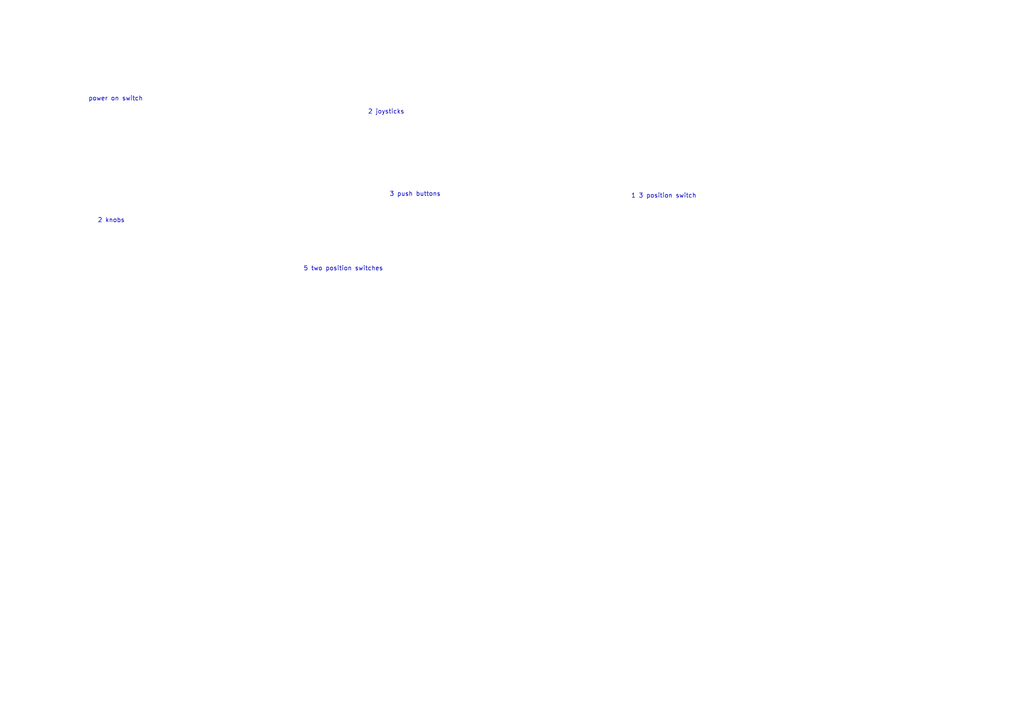
<source format=kicad_sch>
(kicad_sch
	(version 20250114)
	(generator "eeschema")
	(generator_version "9.0")
	(uuid "d2aed1d8-a217-42f5-a256-e956661cb9c8")
	(paper "A4")
	(lib_symbols)
	(text "2 knobs"
		(exclude_from_sim no)
		(at 32.258 64.008 0)
		(effects
			(font
				(size 1.27 1.27)
			)
		)
		(uuid "48bc40ef-9947-4748-b80b-68eb5027e280")
	)
	(text "3 push buttons\n"
		(exclude_from_sim no)
		(at 120.396 56.388 0)
		(effects
			(font
				(size 1.27 1.27)
			)
		)
		(uuid "79f20d3f-6412-4b65-b33d-65b96bd4fae3")
	)
	(text "power on switch \n"
		(exclude_from_sim no)
		(at 34.036 28.702 0)
		(effects
			(font
				(size 1.27 1.27)
			)
		)
		(uuid "8d591b19-d280-4c5f-8fbd-730847df05f1")
	)
	(text "5 two position switches\n"
		(exclude_from_sim no)
		(at 99.568 77.978 0)
		(effects
			(font
				(size 1.27 1.27)
			)
		)
		(uuid "946c9fa5-73c7-4eeb-9101-d6d623c11363")
	)
	(text "2 joysticks\n"
		(exclude_from_sim no)
		(at 112.014 32.512 0)
		(effects
			(font
				(size 1.27 1.27)
			)
		)
		(uuid "a81f8a4c-d01c-4786-a740-539f374fb909")
	)
	(text "1 3 position switch"
		(exclude_from_sim no)
		(at 192.532 56.896 0)
		(effects
			(font
				(size 1.27 1.27)
			)
		)
		(uuid "b1a41669-a1d4-4a41-bfb8-a7bbe23a02a3")
	)
)

</source>
